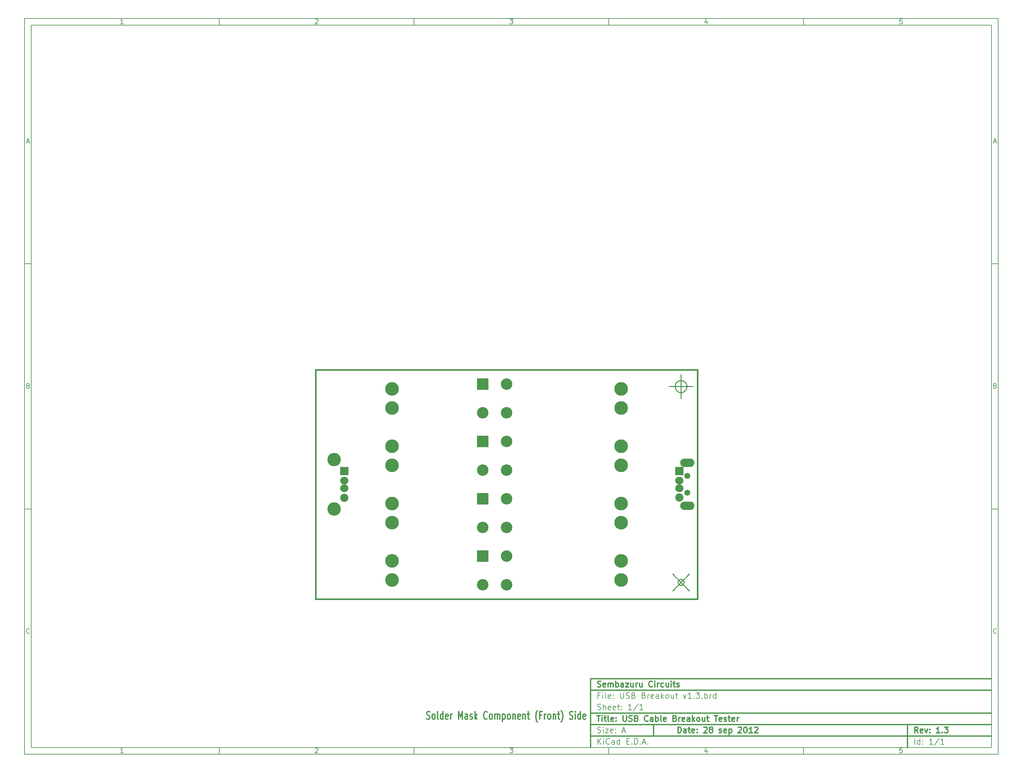
<source format=gts>
G04 (created by PCBNEW-RS274X (2012-01-19 BZR 3256)-stable) date 28/09/2012 17:59:23*
G01*
G70*
G90*
%MOIN*%
G04 Gerber Fmt 3.4, Leading zero omitted, Abs format*
%FSLAX34Y34*%
G04 APERTURE LIST*
%ADD10C,0.006000*%
%ADD11C,0.012000*%
%ADD12C,0.010000*%
%ADD13C,0.015000*%
%ADD14R,0.120000X0.120000*%
%ADD15C,0.120000*%
%ADD16R,0.086200X0.086200*%
%ADD17O,0.086200X0.079100*%
%ADD18C,0.086200*%
%ADD19O,0.148400X0.089400*%
%ADD20C,0.063300*%
%ADD21C,0.140600*%
%ADD22C,0.143000*%
G04 APERTURE END LIST*
G54D10*
X-30500Y36750D02*
X71500Y36750D01*
X71500Y-40250D01*
X-30500Y-40250D01*
X-30500Y36750D01*
X-29800Y36050D02*
X70800Y36050D01*
X70800Y-39550D01*
X-29800Y-39550D01*
X-29800Y36050D01*
X-10100Y36750D02*
X-10100Y36050D01*
X-20157Y36198D02*
X-20443Y36198D01*
X-20300Y36198D02*
X-20300Y36698D01*
X-20348Y36626D01*
X-20395Y36579D01*
X-20443Y36555D01*
X-10100Y-40250D02*
X-10100Y-39550D01*
X-20157Y-40102D02*
X-20443Y-40102D01*
X-20300Y-40102D02*
X-20300Y-39602D01*
X-20348Y-39674D01*
X-20395Y-39721D01*
X-20443Y-39745D01*
X10300Y36750D02*
X10300Y36050D01*
X-00043Y36650D02*
X-00019Y36674D01*
X00029Y36698D01*
X00148Y36698D01*
X00195Y36674D01*
X00219Y36650D01*
X00243Y36602D01*
X00243Y36555D01*
X00219Y36483D01*
X-00067Y36198D01*
X00243Y36198D01*
X10300Y-40250D02*
X10300Y-39550D01*
X-00043Y-39650D02*
X-00019Y-39626D01*
X00029Y-39602D01*
X00148Y-39602D01*
X00195Y-39626D01*
X00219Y-39650D01*
X00243Y-39698D01*
X00243Y-39745D01*
X00219Y-39817D01*
X-00067Y-40102D01*
X00243Y-40102D01*
X30700Y36750D02*
X30700Y36050D01*
X20333Y36698D02*
X20643Y36698D01*
X20476Y36507D01*
X20548Y36507D01*
X20595Y36483D01*
X20619Y36460D01*
X20643Y36412D01*
X20643Y36293D01*
X20619Y36245D01*
X20595Y36221D01*
X20548Y36198D01*
X20405Y36198D01*
X20357Y36221D01*
X20333Y36245D01*
X30700Y-40250D02*
X30700Y-39550D01*
X20333Y-39602D02*
X20643Y-39602D01*
X20476Y-39793D01*
X20548Y-39793D01*
X20595Y-39817D01*
X20619Y-39840D01*
X20643Y-39888D01*
X20643Y-40007D01*
X20619Y-40055D01*
X20595Y-40079D01*
X20548Y-40102D01*
X20405Y-40102D01*
X20357Y-40079D01*
X20333Y-40055D01*
X51100Y36750D02*
X51100Y36050D01*
X40995Y36531D02*
X40995Y36198D01*
X40876Y36721D02*
X40757Y36364D01*
X41067Y36364D01*
X51100Y-40250D02*
X51100Y-39550D01*
X40995Y-39769D02*
X40995Y-40102D01*
X40876Y-39579D02*
X40757Y-39936D01*
X41067Y-39936D01*
X61419Y36698D02*
X61181Y36698D01*
X61157Y36460D01*
X61181Y36483D01*
X61229Y36507D01*
X61348Y36507D01*
X61395Y36483D01*
X61419Y36460D01*
X61443Y36412D01*
X61443Y36293D01*
X61419Y36245D01*
X61395Y36221D01*
X61348Y36198D01*
X61229Y36198D01*
X61181Y36221D01*
X61157Y36245D01*
X61419Y-39602D02*
X61181Y-39602D01*
X61157Y-39840D01*
X61181Y-39817D01*
X61229Y-39793D01*
X61348Y-39793D01*
X61395Y-39817D01*
X61419Y-39840D01*
X61443Y-39888D01*
X61443Y-40007D01*
X61419Y-40055D01*
X61395Y-40079D01*
X61348Y-40102D01*
X61229Y-40102D01*
X61181Y-40079D01*
X61157Y-40055D01*
X-30500Y11090D02*
X-29800Y11090D01*
X-30269Y23860D02*
X-30031Y23860D01*
X-30316Y23718D02*
X-30150Y24218D01*
X-29983Y23718D01*
X71500Y11090D02*
X70800Y11090D01*
X71031Y23860D02*
X71269Y23860D01*
X70984Y23718D02*
X71150Y24218D01*
X71317Y23718D01*
X-30500Y-14570D02*
X-29800Y-14570D01*
X-30114Y-01680D02*
X-30043Y-01704D01*
X-30019Y-01728D01*
X-29995Y-01776D01*
X-29995Y-01847D01*
X-30019Y-01895D01*
X-30043Y-01919D01*
X-30090Y-01942D01*
X-30281Y-01942D01*
X-30281Y-01442D01*
X-30114Y-01442D01*
X-30067Y-01466D01*
X-30043Y-01490D01*
X-30019Y-01538D01*
X-30019Y-01585D01*
X-30043Y-01633D01*
X-30067Y-01657D01*
X-30114Y-01680D01*
X-30281Y-01680D01*
X71500Y-14570D02*
X70800Y-14570D01*
X71186Y-01680D02*
X71257Y-01704D01*
X71281Y-01728D01*
X71305Y-01776D01*
X71305Y-01847D01*
X71281Y-01895D01*
X71257Y-01919D01*
X71210Y-01942D01*
X71019Y-01942D01*
X71019Y-01442D01*
X71186Y-01442D01*
X71233Y-01466D01*
X71257Y-01490D01*
X71281Y-01538D01*
X71281Y-01585D01*
X71257Y-01633D01*
X71233Y-01657D01*
X71186Y-01680D01*
X71019Y-01680D01*
X-29995Y-27555D02*
X-30019Y-27579D01*
X-30090Y-27602D01*
X-30138Y-27602D01*
X-30210Y-27579D01*
X-30257Y-27531D01*
X-30281Y-27483D01*
X-30305Y-27388D01*
X-30305Y-27317D01*
X-30281Y-27221D01*
X-30257Y-27174D01*
X-30210Y-27126D01*
X-30138Y-27102D01*
X-30090Y-27102D01*
X-30019Y-27126D01*
X-29995Y-27150D01*
X71305Y-27555D02*
X71281Y-27579D01*
X71210Y-27602D01*
X71162Y-27602D01*
X71090Y-27579D01*
X71043Y-27531D01*
X71019Y-27483D01*
X70995Y-27388D01*
X70995Y-27317D01*
X71019Y-27221D01*
X71043Y-27174D01*
X71090Y-27126D01*
X71162Y-27102D01*
X71210Y-27102D01*
X71281Y-27126D01*
X71305Y-27150D01*
G54D11*
X37943Y-37993D02*
X37943Y-37393D01*
X38086Y-37393D01*
X38171Y-37421D01*
X38229Y-37479D01*
X38257Y-37536D01*
X38286Y-37650D01*
X38286Y-37736D01*
X38257Y-37850D01*
X38229Y-37907D01*
X38171Y-37964D01*
X38086Y-37993D01*
X37943Y-37993D01*
X38800Y-37993D02*
X38800Y-37679D01*
X38771Y-37621D01*
X38714Y-37593D01*
X38600Y-37593D01*
X38543Y-37621D01*
X38800Y-37964D02*
X38743Y-37993D01*
X38600Y-37993D01*
X38543Y-37964D01*
X38514Y-37907D01*
X38514Y-37850D01*
X38543Y-37793D01*
X38600Y-37764D01*
X38743Y-37764D01*
X38800Y-37736D01*
X39000Y-37593D02*
X39229Y-37593D01*
X39086Y-37393D02*
X39086Y-37907D01*
X39114Y-37964D01*
X39172Y-37993D01*
X39229Y-37993D01*
X39657Y-37964D02*
X39600Y-37993D01*
X39486Y-37993D01*
X39429Y-37964D01*
X39400Y-37907D01*
X39400Y-37679D01*
X39429Y-37621D01*
X39486Y-37593D01*
X39600Y-37593D01*
X39657Y-37621D01*
X39686Y-37679D01*
X39686Y-37736D01*
X39400Y-37793D01*
X39943Y-37936D02*
X39971Y-37964D01*
X39943Y-37993D01*
X39914Y-37964D01*
X39943Y-37936D01*
X39943Y-37993D01*
X39943Y-37621D02*
X39971Y-37650D01*
X39943Y-37679D01*
X39914Y-37650D01*
X39943Y-37621D01*
X39943Y-37679D01*
X40657Y-37450D02*
X40686Y-37421D01*
X40743Y-37393D01*
X40886Y-37393D01*
X40943Y-37421D01*
X40972Y-37450D01*
X41000Y-37507D01*
X41000Y-37564D01*
X40972Y-37650D01*
X40629Y-37993D01*
X41000Y-37993D01*
X41343Y-37650D02*
X41285Y-37621D01*
X41257Y-37593D01*
X41228Y-37536D01*
X41228Y-37507D01*
X41257Y-37450D01*
X41285Y-37421D01*
X41343Y-37393D01*
X41457Y-37393D01*
X41514Y-37421D01*
X41543Y-37450D01*
X41571Y-37507D01*
X41571Y-37536D01*
X41543Y-37593D01*
X41514Y-37621D01*
X41457Y-37650D01*
X41343Y-37650D01*
X41285Y-37679D01*
X41257Y-37707D01*
X41228Y-37764D01*
X41228Y-37879D01*
X41257Y-37936D01*
X41285Y-37964D01*
X41343Y-37993D01*
X41457Y-37993D01*
X41514Y-37964D01*
X41543Y-37936D01*
X41571Y-37879D01*
X41571Y-37764D01*
X41543Y-37707D01*
X41514Y-37679D01*
X41457Y-37650D01*
X42256Y-37964D02*
X42313Y-37993D01*
X42428Y-37993D01*
X42485Y-37964D01*
X42513Y-37907D01*
X42513Y-37879D01*
X42485Y-37821D01*
X42428Y-37793D01*
X42342Y-37793D01*
X42285Y-37764D01*
X42256Y-37707D01*
X42256Y-37679D01*
X42285Y-37621D01*
X42342Y-37593D01*
X42428Y-37593D01*
X42485Y-37621D01*
X42999Y-37964D02*
X42942Y-37993D01*
X42828Y-37993D01*
X42771Y-37964D01*
X42742Y-37907D01*
X42742Y-37679D01*
X42771Y-37621D01*
X42828Y-37593D01*
X42942Y-37593D01*
X42999Y-37621D01*
X43028Y-37679D01*
X43028Y-37736D01*
X42742Y-37793D01*
X43285Y-37593D02*
X43285Y-38193D01*
X43285Y-37621D02*
X43342Y-37593D01*
X43456Y-37593D01*
X43513Y-37621D01*
X43542Y-37650D01*
X43571Y-37707D01*
X43571Y-37879D01*
X43542Y-37936D01*
X43513Y-37964D01*
X43456Y-37993D01*
X43342Y-37993D01*
X43285Y-37964D01*
X44256Y-37450D02*
X44285Y-37421D01*
X44342Y-37393D01*
X44485Y-37393D01*
X44542Y-37421D01*
X44571Y-37450D01*
X44599Y-37507D01*
X44599Y-37564D01*
X44571Y-37650D01*
X44228Y-37993D01*
X44599Y-37993D01*
X44970Y-37393D02*
X45027Y-37393D01*
X45084Y-37421D01*
X45113Y-37450D01*
X45142Y-37507D01*
X45170Y-37621D01*
X45170Y-37764D01*
X45142Y-37879D01*
X45113Y-37936D01*
X45084Y-37964D01*
X45027Y-37993D01*
X44970Y-37993D01*
X44913Y-37964D01*
X44884Y-37936D01*
X44856Y-37879D01*
X44827Y-37764D01*
X44827Y-37621D01*
X44856Y-37507D01*
X44884Y-37450D01*
X44913Y-37421D01*
X44970Y-37393D01*
X45741Y-37993D02*
X45398Y-37993D01*
X45570Y-37993D02*
X45570Y-37393D01*
X45513Y-37479D01*
X45455Y-37536D01*
X45398Y-37564D01*
X45969Y-37450D02*
X45998Y-37421D01*
X46055Y-37393D01*
X46198Y-37393D01*
X46255Y-37421D01*
X46284Y-37450D01*
X46312Y-37507D01*
X46312Y-37564D01*
X46284Y-37650D01*
X45941Y-37993D01*
X46312Y-37993D01*
G54D10*
X29543Y-39193D02*
X29543Y-38593D01*
X29886Y-39193D02*
X29629Y-38850D01*
X29886Y-38593D02*
X29543Y-38936D01*
X30143Y-39193D02*
X30143Y-38793D01*
X30143Y-38593D02*
X30114Y-38621D01*
X30143Y-38650D01*
X30171Y-38621D01*
X30143Y-38593D01*
X30143Y-38650D01*
X30772Y-39136D02*
X30743Y-39164D01*
X30657Y-39193D01*
X30600Y-39193D01*
X30515Y-39164D01*
X30457Y-39107D01*
X30429Y-39050D01*
X30400Y-38936D01*
X30400Y-38850D01*
X30429Y-38736D01*
X30457Y-38679D01*
X30515Y-38621D01*
X30600Y-38593D01*
X30657Y-38593D01*
X30743Y-38621D01*
X30772Y-38650D01*
X31286Y-39193D02*
X31286Y-38879D01*
X31257Y-38821D01*
X31200Y-38793D01*
X31086Y-38793D01*
X31029Y-38821D01*
X31286Y-39164D02*
X31229Y-39193D01*
X31086Y-39193D01*
X31029Y-39164D01*
X31000Y-39107D01*
X31000Y-39050D01*
X31029Y-38993D01*
X31086Y-38964D01*
X31229Y-38964D01*
X31286Y-38936D01*
X31829Y-39193D02*
X31829Y-38593D01*
X31829Y-39164D02*
X31772Y-39193D01*
X31658Y-39193D01*
X31600Y-39164D01*
X31572Y-39136D01*
X31543Y-39079D01*
X31543Y-38907D01*
X31572Y-38850D01*
X31600Y-38821D01*
X31658Y-38793D01*
X31772Y-38793D01*
X31829Y-38821D01*
X32572Y-38879D02*
X32772Y-38879D01*
X32858Y-39193D02*
X32572Y-39193D01*
X32572Y-38593D01*
X32858Y-38593D01*
X33115Y-39136D02*
X33143Y-39164D01*
X33115Y-39193D01*
X33086Y-39164D01*
X33115Y-39136D01*
X33115Y-39193D01*
X33401Y-39193D02*
X33401Y-38593D01*
X33544Y-38593D01*
X33629Y-38621D01*
X33687Y-38679D01*
X33715Y-38736D01*
X33744Y-38850D01*
X33744Y-38936D01*
X33715Y-39050D01*
X33687Y-39107D01*
X33629Y-39164D01*
X33544Y-39193D01*
X33401Y-39193D01*
X34001Y-39136D02*
X34029Y-39164D01*
X34001Y-39193D01*
X33972Y-39164D01*
X34001Y-39136D01*
X34001Y-39193D01*
X34258Y-39021D02*
X34544Y-39021D01*
X34201Y-39193D02*
X34401Y-38593D01*
X34601Y-39193D01*
X34801Y-39136D02*
X34829Y-39164D01*
X34801Y-39193D01*
X34772Y-39164D01*
X34801Y-39136D01*
X34801Y-39193D01*
G54D11*
X63086Y-37993D02*
X62886Y-37707D01*
X62743Y-37993D02*
X62743Y-37393D01*
X62971Y-37393D01*
X63029Y-37421D01*
X63057Y-37450D01*
X63086Y-37507D01*
X63086Y-37593D01*
X63057Y-37650D01*
X63029Y-37679D01*
X62971Y-37707D01*
X62743Y-37707D01*
X63571Y-37964D02*
X63514Y-37993D01*
X63400Y-37993D01*
X63343Y-37964D01*
X63314Y-37907D01*
X63314Y-37679D01*
X63343Y-37621D01*
X63400Y-37593D01*
X63514Y-37593D01*
X63571Y-37621D01*
X63600Y-37679D01*
X63600Y-37736D01*
X63314Y-37793D01*
X63800Y-37593D02*
X63943Y-37993D01*
X64085Y-37593D01*
X64314Y-37936D02*
X64342Y-37964D01*
X64314Y-37993D01*
X64285Y-37964D01*
X64314Y-37936D01*
X64314Y-37993D01*
X64314Y-37621D02*
X64342Y-37650D01*
X64314Y-37679D01*
X64285Y-37650D01*
X64314Y-37621D01*
X64314Y-37679D01*
X65371Y-37993D02*
X65028Y-37993D01*
X65200Y-37993D02*
X65200Y-37393D01*
X65143Y-37479D01*
X65085Y-37536D01*
X65028Y-37564D01*
X65628Y-37936D02*
X65656Y-37964D01*
X65628Y-37993D01*
X65599Y-37964D01*
X65628Y-37936D01*
X65628Y-37993D01*
X65857Y-37393D02*
X66228Y-37393D01*
X66028Y-37621D01*
X66114Y-37621D01*
X66171Y-37650D01*
X66200Y-37679D01*
X66228Y-37736D01*
X66228Y-37879D01*
X66200Y-37936D01*
X66171Y-37964D01*
X66114Y-37993D01*
X65942Y-37993D01*
X65885Y-37964D01*
X65857Y-37936D01*
G54D10*
X29514Y-37964D02*
X29600Y-37993D01*
X29743Y-37993D01*
X29800Y-37964D01*
X29829Y-37936D01*
X29857Y-37879D01*
X29857Y-37821D01*
X29829Y-37764D01*
X29800Y-37736D01*
X29743Y-37707D01*
X29629Y-37679D01*
X29571Y-37650D01*
X29543Y-37621D01*
X29514Y-37564D01*
X29514Y-37507D01*
X29543Y-37450D01*
X29571Y-37421D01*
X29629Y-37393D01*
X29771Y-37393D01*
X29857Y-37421D01*
X30114Y-37993D02*
X30114Y-37593D01*
X30114Y-37393D02*
X30085Y-37421D01*
X30114Y-37450D01*
X30142Y-37421D01*
X30114Y-37393D01*
X30114Y-37450D01*
X30343Y-37593D02*
X30657Y-37593D01*
X30343Y-37993D01*
X30657Y-37993D01*
X31114Y-37964D02*
X31057Y-37993D01*
X30943Y-37993D01*
X30886Y-37964D01*
X30857Y-37907D01*
X30857Y-37679D01*
X30886Y-37621D01*
X30943Y-37593D01*
X31057Y-37593D01*
X31114Y-37621D01*
X31143Y-37679D01*
X31143Y-37736D01*
X30857Y-37793D01*
X31400Y-37936D02*
X31428Y-37964D01*
X31400Y-37993D01*
X31371Y-37964D01*
X31400Y-37936D01*
X31400Y-37993D01*
X31400Y-37621D02*
X31428Y-37650D01*
X31400Y-37679D01*
X31371Y-37650D01*
X31400Y-37621D01*
X31400Y-37679D01*
X32114Y-37821D02*
X32400Y-37821D01*
X32057Y-37993D02*
X32257Y-37393D01*
X32457Y-37993D01*
X62743Y-39193D02*
X62743Y-38593D01*
X63286Y-39193D02*
X63286Y-38593D01*
X63286Y-39164D02*
X63229Y-39193D01*
X63115Y-39193D01*
X63057Y-39164D01*
X63029Y-39136D01*
X63000Y-39079D01*
X63000Y-38907D01*
X63029Y-38850D01*
X63057Y-38821D01*
X63115Y-38793D01*
X63229Y-38793D01*
X63286Y-38821D01*
X63572Y-39136D02*
X63600Y-39164D01*
X63572Y-39193D01*
X63543Y-39164D01*
X63572Y-39136D01*
X63572Y-39193D01*
X63572Y-38821D02*
X63600Y-38850D01*
X63572Y-38879D01*
X63543Y-38850D01*
X63572Y-38821D01*
X63572Y-38879D01*
X64629Y-39193D02*
X64286Y-39193D01*
X64458Y-39193D02*
X64458Y-38593D01*
X64401Y-38679D01*
X64343Y-38736D01*
X64286Y-38764D01*
X65314Y-38564D02*
X64800Y-39336D01*
X65829Y-39193D02*
X65486Y-39193D01*
X65658Y-39193D02*
X65658Y-38593D01*
X65601Y-38679D01*
X65543Y-38736D01*
X65486Y-38764D01*
G54D11*
X29457Y-36193D02*
X29800Y-36193D01*
X29629Y-36793D02*
X29629Y-36193D01*
X30000Y-36793D02*
X30000Y-36393D01*
X30000Y-36193D02*
X29971Y-36221D01*
X30000Y-36250D01*
X30028Y-36221D01*
X30000Y-36193D01*
X30000Y-36250D01*
X30200Y-36393D02*
X30429Y-36393D01*
X30286Y-36193D02*
X30286Y-36707D01*
X30314Y-36764D01*
X30372Y-36793D01*
X30429Y-36793D01*
X30715Y-36793D02*
X30657Y-36764D01*
X30629Y-36707D01*
X30629Y-36193D01*
X31171Y-36764D02*
X31114Y-36793D01*
X31000Y-36793D01*
X30943Y-36764D01*
X30914Y-36707D01*
X30914Y-36479D01*
X30943Y-36421D01*
X31000Y-36393D01*
X31114Y-36393D01*
X31171Y-36421D01*
X31200Y-36479D01*
X31200Y-36536D01*
X30914Y-36593D01*
X31457Y-36736D02*
X31485Y-36764D01*
X31457Y-36793D01*
X31428Y-36764D01*
X31457Y-36736D01*
X31457Y-36793D01*
X31457Y-36421D02*
X31485Y-36450D01*
X31457Y-36479D01*
X31428Y-36450D01*
X31457Y-36421D01*
X31457Y-36479D01*
X32200Y-36193D02*
X32200Y-36679D01*
X32228Y-36736D01*
X32257Y-36764D01*
X32314Y-36793D01*
X32428Y-36793D01*
X32486Y-36764D01*
X32514Y-36736D01*
X32543Y-36679D01*
X32543Y-36193D01*
X32800Y-36764D02*
X32886Y-36793D01*
X33029Y-36793D01*
X33086Y-36764D01*
X33115Y-36736D01*
X33143Y-36679D01*
X33143Y-36621D01*
X33115Y-36564D01*
X33086Y-36536D01*
X33029Y-36507D01*
X32915Y-36479D01*
X32857Y-36450D01*
X32829Y-36421D01*
X32800Y-36364D01*
X32800Y-36307D01*
X32829Y-36250D01*
X32857Y-36221D01*
X32915Y-36193D01*
X33057Y-36193D01*
X33143Y-36221D01*
X33600Y-36479D02*
X33686Y-36507D01*
X33714Y-36536D01*
X33743Y-36593D01*
X33743Y-36679D01*
X33714Y-36736D01*
X33686Y-36764D01*
X33628Y-36793D01*
X33400Y-36793D01*
X33400Y-36193D01*
X33600Y-36193D01*
X33657Y-36221D01*
X33686Y-36250D01*
X33714Y-36307D01*
X33714Y-36364D01*
X33686Y-36421D01*
X33657Y-36450D01*
X33600Y-36479D01*
X33400Y-36479D01*
X34800Y-36736D02*
X34771Y-36764D01*
X34685Y-36793D01*
X34628Y-36793D01*
X34543Y-36764D01*
X34485Y-36707D01*
X34457Y-36650D01*
X34428Y-36536D01*
X34428Y-36450D01*
X34457Y-36336D01*
X34485Y-36279D01*
X34543Y-36221D01*
X34628Y-36193D01*
X34685Y-36193D01*
X34771Y-36221D01*
X34800Y-36250D01*
X35314Y-36793D02*
X35314Y-36479D01*
X35285Y-36421D01*
X35228Y-36393D01*
X35114Y-36393D01*
X35057Y-36421D01*
X35314Y-36764D02*
X35257Y-36793D01*
X35114Y-36793D01*
X35057Y-36764D01*
X35028Y-36707D01*
X35028Y-36650D01*
X35057Y-36593D01*
X35114Y-36564D01*
X35257Y-36564D01*
X35314Y-36536D01*
X35600Y-36793D02*
X35600Y-36193D01*
X35600Y-36421D02*
X35657Y-36393D01*
X35771Y-36393D01*
X35828Y-36421D01*
X35857Y-36450D01*
X35886Y-36507D01*
X35886Y-36679D01*
X35857Y-36736D01*
X35828Y-36764D01*
X35771Y-36793D01*
X35657Y-36793D01*
X35600Y-36764D01*
X36229Y-36793D02*
X36171Y-36764D01*
X36143Y-36707D01*
X36143Y-36193D01*
X36685Y-36764D02*
X36628Y-36793D01*
X36514Y-36793D01*
X36457Y-36764D01*
X36428Y-36707D01*
X36428Y-36479D01*
X36457Y-36421D01*
X36514Y-36393D01*
X36628Y-36393D01*
X36685Y-36421D01*
X36714Y-36479D01*
X36714Y-36536D01*
X36428Y-36593D01*
X37628Y-36479D02*
X37714Y-36507D01*
X37742Y-36536D01*
X37771Y-36593D01*
X37771Y-36679D01*
X37742Y-36736D01*
X37714Y-36764D01*
X37656Y-36793D01*
X37428Y-36793D01*
X37428Y-36193D01*
X37628Y-36193D01*
X37685Y-36221D01*
X37714Y-36250D01*
X37742Y-36307D01*
X37742Y-36364D01*
X37714Y-36421D01*
X37685Y-36450D01*
X37628Y-36479D01*
X37428Y-36479D01*
X38028Y-36793D02*
X38028Y-36393D01*
X38028Y-36507D02*
X38056Y-36450D01*
X38085Y-36421D01*
X38142Y-36393D01*
X38199Y-36393D01*
X38627Y-36764D02*
X38570Y-36793D01*
X38456Y-36793D01*
X38399Y-36764D01*
X38370Y-36707D01*
X38370Y-36479D01*
X38399Y-36421D01*
X38456Y-36393D01*
X38570Y-36393D01*
X38627Y-36421D01*
X38656Y-36479D01*
X38656Y-36536D01*
X38370Y-36593D01*
X39170Y-36793D02*
X39170Y-36479D01*
X39141Y-36421D01*
X39084Y-36393D01*
X38970Y-36393D01*
X38913Y-36421D01*
X39170Y-36764D02*
X39113Y-36793D01*
X38970Y-36793D01*
X38913Y-36764D01*
X38884Y-36707D01*
X38884Y-36650D01*
X38913Y-36593D01*
X38970Y-36564D01*
X39113Y-36564D01*
X39170Y-36536D01*
X39456Y-36793D02*
X39456Y-36193D01*
X39513Y-36564D02*
X39684Y-36793D01*
X39684Y-36393D02*
X39456Y-36621D01*
X40028Y-36793D02*
X39970Y-36764D01*
X39942Y-36736D01*
X39913Y-36679D01*
X39913Y-36507D01*
X39942Y-36450D01*
X39970Y-36421D01*
X40028Y-36393D01*
X40113Y-36393D01*
X40170Y-36421D01*
X40199Y-36450D01*
X40228Y-36507D01*
X40228Y-36679D01*
X40199Y-36736D01*
X40170Y-36764D01*
X40113Y-36793D01*
X40028Y-36793D01*
X40742Y-36393D02*
X40742Y-36793D01*
X40485Y-36393D02*
X40485Y-36707D01*
X40513Y-36764D01*
X40571Y-36793D01*
X40656Y-36793D01*
X40713Y-36764D01*
X40742Y-36736D01*
X40942Y-36393D02*
X41171Y-36393D01*
X41028Y-36193D02*
X41028Y-36707D01*
X41056Y-36764D01*
X41114Y-36793D01*
X41171Y-36793D01*
X41742Y-36193D02*
X42085Y-36193D01*
X41914Y-36793D02*
X41914Y-36193D01*
X42513Y-36764D02*
X42456Y-36793D01*
X42342Y-36793D01*
X42285Y-36764D01*
X42256Y-36707D01*
X42256Y-36479D01*
X42285Y-36421D01*
X42342Y-36393D01*
X42456Y-36393D01*
X42513Y-36421D01*
X42542Y-36479D01*
X42542Y-36536D01*
X42256Y-36593D01*
X42770Y-36764D02*
X42827Y-36793D01*
X42942Y-36793D01*
X42999Y-36764D01*
X43027Y-36707D01*
X43027Y-36679D01*
X42999Y-36621D01*
X42942Y-36593D01*
X42856Y-36593D01*
X42799Y-36564D01*
X42770Y-36507D01*
X42770Y-36479D01*
X42799Y-36421D01*
X42856Y-36393D01*
X42942Y-36393D01*
X42999Y-36421D01*
X43199Y-36393D02*
X43428Y-36393D01*
X43285Y-36193D02*
X43285Y-36707D01*
X43313Y-36764D01*
X43371Y-36793D01*
X43428Y-36793D01*
X43856Y-36764D02*
X43799Y-36793D01*
X43685Y-36793D01*
X43628Y-36764D01*
X43599Y-36707D01*
X43599Y-36479D01*
X43628Y-36421D01*
X43685Y-36393D01*
X43799Y-36393D01*
X43856Y-36421D01*
X43885Y-36479D01*
X43885Y-36536D01*
X43599Y-36593D01*
X44142Y-36793D02*
X44142Y-36393D01*
X44142Y-36507D02*
X44170Y-36450D01*
X44199Y-36421D01*
X44256Y-36393D01*
X44313Y-36393D01*
G54D10*
X29743Y-34079D02*
X29543Y-34079D01*
X29543Y-34393D02*
X29543Y-33793D01*
X29829Y-33793D01*
X30057Y-34393D02*
X30057Y-33993D01*
X30057Y-33793D02*
X30028Y-33821D01*
X30057Y-33850D01*
X30085Y-33821D01*
X30057Y-33793D01*
X30057Y-33850D01*
X30429Y-34393D02*
X30371Y-34364D01*
X30343Y-34307D01*
X30343Y-33793D01*
X30885Y-34364D02*
X30828Y-34393D01*
X30714Y-34393D01*
X30657Y-34364D01*
X30628Y-34307D01*
X30628Y-34079D01*
X30657Y-34021D01*
X30714Y-33993D01*
X30828Y-33993D01*
X30885Y-34021D01*
X30914Y-34079D01*
X30914Y-34136D01*
X30628Y-34193D01*
X31171Y-34336D02*
X31199Y-34364D01*
X31171Y-34393D01*
X31142Y-34364D01*
X31171Y-34336D01*
X31171Y-34393D01*
X31171Y-34021D02*
X31199Y-34050D01*
X31171Y-34079D01*
X31142Y-34050D01*
X31171Y-34021D01*
X31171Y-34079D01*
X31914Y-33793D02*
X31914Y-34279D01*
X31942Y-34336D01*
X31971Y-34364D01*
X32028Y-34393D01*
X32142Y-34393D01*
X32200Y-34364D01*
X32228Y-34336D01*
X32257Y-34279D01*
X32257Y-33793D01*
X32514Y-34364D02*
X32600Y-34393D01*
X32743Y-34393D01*
X32800Y-34364D01*
X32829Y-34336D01*
X32857Y-34279D01*
X32857Y-34221D01*
X32829Y-34164D01*
X32800Y-34136D01*
X32743Y-34107D01*
X32629Y-34079D01*
X32571Y-34050D01*
X32543Y-34021D01*
X32514Y-33964D01*
X32514Y-33907D01*
X32543Y-33850D01*
X32571Y-33821D01*
X32629Y-33793D01*
X32771Y-33793D01*
X32857Y-33821D01*
X33314Y-34079D02*
X33400Y-34107D01*
X33428Y-34136D01*
X33457Y-34193D01*
X33457Y-34279D01*
X33428Y-34336D01*
X33400Y-34364D01*
X33342Y-34393D01*
X33114Y-34393D01*
X33114Y-33793D01*
X33314Y-33793D01*
X33371Y-33821D01*
X33400Y-33850D01*
X33428Y-33907D01*
X33428Y-33964D01*
X33400Y-34021D01*
X33371Y-34050D01*
X33314Y-34079D01*
X33114Y-34079D01*
X34371Y-34079D02*
X34457Y-34107D01*
X34485Y-34136D01*
X34514Y-34193D01*
X34514Y-34279D01*
X34485Y-34336D01*
X34457Y-34364D01*
X34399Y-34393D01*
X34171Y-34393D01*
X34171Y-33793D01*
X34371Y-33793D01*
X34428Y-33821D01*
X34457Y-33850D01*
X34485Y-33907D01*
X34485Y-33964D01*
X34457Y-34021D01*
X34428Y-34050D01*
X34371Y-34079D01*
X34171Y-34079D01*
X34771Y-34393D02*
X34771Y-33993D01*
X34771Y-34107D02*
X34799Y-34050D01*
X34828Y-34021D01*
X34885Y-33993D01*
X34942Y-33993D01*
X35370Y-34364D02*
X35313Y-34393D01*
X35199Y-34393D01*
X35142Y-34364D01*
X35113Y-34307D01*
X35113Y-34079D01*
X35142Y-34021D01*
X35199Y-33993D01*
X35313Y-33993D01*
X35370Y-34021D01*
X35399Y-34079D01*
X35399Y-34136D01*
X35113Y-34193D01*
X35913Y-34393D02*
X35913Y-34079D01*
X35884Y-34021D01*
X35827Y-33993D01*
X35713Y-33993D01*
X35656Y-34021D01*
X35913Y-34364D02*
X35856Y-34393D01*
X35713Y-34393D01*
X35656Y-34364D01*
X35627Y-34307D01*
X35627Y-34250D01*
X35656Y-34193D01*
X35713Y-34164D01*
X35856Y-34164D01*
X35913Y-34136D01*
X36199Y-34393D02*
X36199Y-33793D01*
X36256Y-34164D02*
X36427Y-34393D01*
X36427Y-33993D02*
X36199Y-34221D01*
X36771Y-34393D02*
X36713Y-34364D01*
X36685Y-34336D01*
X36656Y-34279D01*
X36656Y-34107D01*
X36685Y-34050D01*
X36713Y-34021D01*
X36771Y-33993D01*
X36856Y-33993D01*
X36913Y-34021D01*
X36942Y-34050D01*
X36971Y-34107D01*
X36971Y-34279D01*
X36942Y-34336D01*
X36913Y-34364D01*
X36856Y-34393D01*
X36771Y-34393D01*
X37485Y-33993D02*
X37485Y-34393D01*
X37228Y-33993D02*
X37228Y-34307D01*
X37256Y-34364D01*
X37314Y-34393D01*
X37399Y-34393D01*
X37456Y-34364D01*
X37485Y-34336D01*
X37685Y-33993D02*
X37914Y-33993D01*
X37771Y-33793D02*
X37771Y-34307D01*
X37799Y-34364D01*
X37857Y-34393D01*
X37914Y-34393D01*
X38514Y-33993D02*
X38657Y-34393D01*
X38799Y-33993D01*
X39342Y-34393D02*
X38999Y-34393D01*
X39171Y-34393D02*
X39171Y-33793D01*
X39114Y-33879D01*
X39056Y-33936D01*
X38999Y-33964D01*
X39599Y-34336D02*
X39627Y-34364D01*
X39599Y-34393D01*
X39570Y-34364D01*
X39599Y-34336D01*
X39599Y-34393D01*
X39828Y-33793D02*
X40199Y-33793D01*
X39999Y-34021D01*
X40085Y-34021D01*
X40142Y-34050D01*
X40171Y-34079D01*
X40199Y-34136D01*
X40199Y-34279D01*
X40171Y-34336D01*
X40142Y-34364D01*
X40085Y-34393D01*
X39913Y-34393D01*
X39856Y-34364D01*
X39828Y-34336D01*
X40456Y-34336D02*
X40484Y-34364D01*
X40456Y-34393D01*
X40427Y-34364D01*
X40456Y-34336D01*
X40456Y-34393D01*
X40742Y-34393D02*
X40742Y-33793D01*
X40742Y-34021D02*
X40799Y-33993D01*
X40913Y-33993D01*
X40970Y-34021D01*
X40999Y-34050D01*
X41028Y-34107D01*
X41028Y-34279D01*
X40999Y-34336D01*
X40970Y-34364D01*
X40913Y-34393D01*
X40799Y-34393D01*
X40742Y-34364D01*
X41285Y-34393D02*
X41285Y-33993D01*
X41285Y-34107D02*
X41313Y-34050D01*
X41342Y-34021D01*
X41399Y-33993D01*
X41456Y-33993D01*
X41913Y-34393D02*
X41913Y-33793D01*
X41913Y-34364D02*
X41856Y-34393D01*
X41742Y-34393D01*
X41684Y-34364D01*
X41656Y-34336D01*
X41627Y-34279D01*
X41627Y-34107D01*
X41656Y-34050D01*
X41684Y-34021D01*
X41742Y-33993D01*
X41856Y-33993D01*
X41913Y-34021D01*
X29514Y-35564D02*
X29600Y-35593D01*
X29743Y-35593D01*
X29800Y-35564D01*
X29829Y-35536D01*
X29857Y-35479D01*
X29857Y-35421D01*
X29829Y-35364D01*
X29800Y-35336D01*
X29743Y-35307D01*
X29629Y-35279D01*
X29571Y-35250D01*
X29543Y-35221D01*
X29514Y-35164D01*
X29514Y-35107D01*
X29543Y-35050D01*
X29571Y-35021D01*
X29629Y-34993D01*
X29771Y-34993D01*
X29857Y-35021D01*
X30114Y-35593D02*
X30114Y-34993D01*
X30371Y-35593D02*
X30371Y-35279D01*
X30342Y-35221D01*
X30285Y-35193D01*
X30200Y-35193D01*
X30142Y-35221D01*
X30114Y-35250D01*
X30885Y-35564D02*
X30828Y-35593D01*
X30714Y-35593D01*
X30657Y-35564D01*
X30628Y-35507D01*
X30628Y-35279D01*
X30657Y-35221D01*
X30714Y-35193D01*
X30828Y-35193D01*
X30885Y-35221D01*
X30914Y-35279D01*
X30914Y-35336D01*
X30628Y-35393D01*
X31399Y-35564D02*
X31342Y-35593D01*
X31228Y-35593D01*
X31171Y-35564D01*
X31142Y-35507D01*
X31142Y-35279D01*
X31171Y-35221D01*
X31228Y-35193D01*
X31342Y-35193D01*
X31399Y-35221D01*
X31428Y-35279D01*
X31428Y-35336D01*
X31142Y-35393D01*
X31599Y-35193D02*
X31828Y-35193D01*
X31685Y-34993D02*
X31685Y-35507D01*
X31713Y-35564D01*
X31771Y-35593D01*
X31828Y-35593D01*
X32028Y-35536D02*
X32056Y-35564D01*
X32028Y-35593D01*
X31999Y-35564D01*
X32028Y-35536D01*
X32028Y-35593D01*
X32028Y-35221D02*
X32056Y-35250D01*
X32028Y-35279D01*
X31999Y-35250D01*
X32028Y-35221D01*
X32028Y-35279D01*
X33085Y-35593D02*
X32742Y-35593D01*
X32914Y-35593D02*
X32914Y-34993D01*
X32857Y-35079D01*
X32799Y-35136D01*
X32742Y-35164D01*
X33770Y-34964D02*
X33256Y-35736D01*
X34285Y-35593D02*
X33942Y-35593D01*
X34114Y-35593D02*
X34114Y-34993D01*
X34057Y-35079D01*
X33999Y-35136D01*
X33942Y-35164D01*
G54D11*
X29514Y-33164D02*
X29600Y-33193D01*
X29743Y-33193D01*
X29800Y-33164D01*
X29829Y-33136D01*
X29857Y-33079D01*
X29857Y-33021D01*
X29829Y-32964D01*
X29800Y-32936D01*
X29743Y-32907D01*
X29629Y-32879D01*
X29571Y-32850D01*
X29543Y-32821D01*
X29514Y-32764D01*
X29514Y-32707D01*
X29543Y-32650D01*
X29571Y-32621D01*
X29629Y-32593D01*
X29771Y-32593D01*
X29857Y-32621D01*
X30342Y-33164D02*
X30285Y-33193D01*
X30171Y-33193D01*
X30114Y-33164D01*
X30085Y-33107D01*
X30085Y-32879D01*
X30114Y-32821D01*
X30171Y-32793D01*
X30285Y-32793D01*
X30342Y-32821D01*
X30371Y-32879D01*
X30371Y-32936D01*
X30085Y-32993D01*
X30628Y-33193D02*
X30628Y-32793D01*
X30628Y-32850D02*
X30656Y-32821D01*
X30714Y-32793D01*
X30799Y-32793D01*
X30856Y-32821D01*
X30885Y-32879D01*
X30885Y-33193D01*
X30885Y-32879D02*
X30914Y-32821D01*
X30971Y-32793D01*
X31056Y-32793D01*
X31114Y-32821D01*
X31142Y-32879D01*
X31142Y-33193D01*
X31428Y-33193D02*
X31428Y-32593D01*
X31428Y-32821D02*
X31485Y-32793D01*
X31599Y-32793D01*
X31656Y-32821D01*
X31685Y-32850D01*
X31714Y-32907D01*
X31714Y-33079D01*
X31685Y-33136D01*
X31656Y-33164D01*
X31599Y-33193D01*
X31485Y-33193D01*
X31428Y-33164D01*
X32228Y-33193D02*
X32228Y-32879D01*
X32199Y-32821D01*
X32142Y-32793D01*
X32028Y-32793D01*
X31971Y-32821D01*
X32228Y-33164D02*
X32171Y-33193D01*
X32028Y-33193D01*
X31971Y-33164D01*
X31942Y-33107D01*
X31942Y-33050D01*
X31971Y-32993D01*
X32028Y-32964D01*
X32171Y-32964D01*
X32228Y-32936D01*
X32457Y-32793D02*
X32771Y-32793D01*
X32457Y-33193D01*
X32771Y-33193D01*
X33257Y-32793D02*
X33257Y-33193D01*
X33000Y-32793D02*
X33000Y-33107D01*
X33028Y-33164D01*
X33086Y-33193D01*
X33171Y-33193D01*
X33228Y-33164D01*
X33257Y-33136D01*
X33543Y-33193D02*
X33543Y-32793D01*
X33543Y-32907D02*
X33571Y-32850D01*
X33600Y-32821D01*
X33657Y-32793D01*
X33714Y-32793D01*
X34171Y-32793D02*
X34171Y-33193D01*
X33914Y-32793D02*
X33914Y-33107D01*
X33942Y-33164D01*
X34000Y-33193D01*
X34085Y-33193D01*
X34142Y-33164D01*
X34171Y-33136D01*
X35257Y-33136D02*
X35228Y-33164D01*
X35142Y-33193D01*
X35085Y-33193D01*
X35000Y-33164D01*
X34942Y-33107D01*
X34914Y-33050D01*
X34885Y-32936D01*
X34885Y-32850D01*
X34914Y-32736D01*
X34942Y-32679D01*
X35000Y-32621D01*
X35085Y-32593D01*
X35142Y-32593D01*
X35228Y-32621D01*
X35257Y-32650D01*
X35514Y-33193D02*
X35514Y-32793D01*
X35514Y-32593D02*
X35485Y-32621D01*
X35514Y-32650D01*
X35542Y-32621D01*
X35514Y-32593D01*
X35514Y-32650D01*
X35800Y-33193D02*
X35800Y-32793D01*
X35800Y-32907D02*
X35828Y-32850D01*
X35857Y-32821D01*
X35914Y-32793D01*
X35971Y-32793D01*
X36428Y-33164D02*
X36371Y-33193D01*
X36257Y-33193D01*
X36199Y-33164D01*
X36171Y-33136D01*
X36142Y-33079D01*
X36142Y-32907D01*
X36171Y-32850D01*
X36199Y-32821D01*
X36257Y-32793D01*
X36371Y-32793D01*
X36428Y-32821D01*
X36942Y-32793D02*
X36942Y-33193D01*
X36685Y-32793D02*
X36685Y-33107D01*
X36713Y-33164D01*
X36771Y-33193D01*
X36856Y-33193D01*
X36913Y-33164D01*
X36942Y-33136D01*
X37228Y-33193D02*
X37228Y-32793D01*
X37228Y-32593D02*
X37199Y-32621D01*
X37228Y-32650D01*
X37256Y-32621D01*
X37228Y-32593D01*
X37228Y-32650D01*
X37428Y-32793D02*
X37657Y-32793D01*
X37514Y-32593D02*
X37514Y-33107D01*
X37542Y-33164D01*
X37600Y-33193D01*
X37657Y-33193D01*
X37828Y-33164D02*
X37885Y-33193D01*
X38000Y-33193D01*
X38057Y-33164D01*
X38085Y-33107D01*
X38085Y-33079D01*
X38057Y-33021D01*
X38000Y-32993D01*
X37914Y-32993D01*
X37857Y-32964D01*
X37828Y-32907D01*
X37828Y-32879D01*
X37857Y-32821D01*
X37914Y-32793D01*
X38000Y-32793D01*
X38057Y-32821D01*
X28800Y-32350D02*
X28800Y-39550D01*
X28800Y-33550D02*
X70800Y-33550D01*
X28800Y-32350D02*
X70800Y-32350D01*
X28800Y-35950D02*
X70800Y-35950D01*
X62000Y-37150D02*
X62000Y-39550D01*
X28800Y-38350D02*
X70800Y-38350D01*
X28800Y-37150D02*
X70800Y-37150D01*
X35400Y-37150D02*
X35400Y-38350D01*
X11614Y-36536D02*
X11700Y-36574D01*
X11843Y-36574D01*
X11900Y-36536D01*
X11929Y-36498D01*
X11957Y-36421D01*
X11957Y-36345D01*
X11929Y-36269D01*
X11900Y-36231D01*
X11843Y-36193D01*
X11729Y-36155D01*
X11671Y-36117D01*
X11643Y-36079D01*
X11614Y-36002D01*
X11614Y-35926D01*
X11643Y-35850D01*
X11671Y-35812D01*
X11729Y-35774D01*
X11871Y-35774D01*
X11957Y-35812D01*
X12300Y-36574D02*
X12242Y-36536D01*
X12214Y-36498D01*
X12185Y-36421D01*
X12185Y-36193D01*
X12214Y-36117D01*
X12242Y-36079D01*
X12300Y-36040D01*
X12385Y-36040D01*
X12442Y-36079D01*
X12471Y-36117D01*
X12500Y-36193D01*
X12500Y-36421D01*
X12471Y-36498D01*
X12442Y-36536D01*
X12385Y-36574D01*
X12300Y-36574D01*
X12843Y-36574D02*
X12785Y-36536D01*
X12757Y-36460D01*
X12757Y-35774D01*
X13328Y-36574D02*
X13328Y-35774D01*
X13328Y-36536D02*
X13271Y-36574D01*
X13157Y-36574D01*
X13099Y-36536D01*
X13071Y-36498D01*
X13042Y-36421D01*
X13042Y-36193D01*
X13071Y-36117D01*
X13099Y-36079D01*
X13157Y-36040D01*
X13271Y-36040D01*
X13328Y-36079D01*
X13842Y-36536D02*
X13785Y-36574D01*
X13671Y-36574D01*
X13614Y-36536D01*
X13585Y-36460D01*
X13585Y-36155D01*
X13614Y-36079D01*
X13671Y-36040D01*
X13785Y-36040D01*
X13842Y-36079D01*
X13871Y-36155D01*
X13871Y-36231D01*
X13585Y-36307D01*
X14128Y-36574D02*
X14128Y-36040D01*
X14128Y-36193D02*
X14156Y-36117D01*
X14185Y-36079D01*
X14242Y-36040D01*
X14299Y-36040D01*
X14956Y-36574D02*
X14956Y-35774D01*
X15156Y-36345D01*
X15356Y-35774D01*
X15356Y-36574D01*
X15899Y-36574D02*
X15899Y-36155D01*
X15870Y-36079D01*
X15813Y-36040D01*
X15699Y-36040D01*
X15642Y-36079D01*
X15899Y-36536D02*
X15842Y-36574D01*
X15699Y-36574D01*
X15642Y-36536D01*
X15613Y-36460D01*
X15613Y-36383D01*
X15642Y-36307D01*
X15699Y-36269D01*
X15842Y-36269D01*
X15899Y-36231D01*
X16156Y-36536D02*
X16213Y-36574D01*
X16328Y-36574D01*
X16385Y-36536D01*
X16413Y-36460D01*
X16413Y-36421D01*
X16385Y-36345D01*
X16328Y-36307D01*
X16242Y-36307D01*
X16185Y-36269D01*
X16156Y-36193D01*
X16156Y-36155D01*
X16185Y-36079D01*
X16242Y-36040D01*
X16328Y-36040D01*
X16385Y-36079D01*
X16671Y-36574D02*
X16671Y-35774D01*
X16728Y-36269D02*
X16899Y-36574D01*
X16899Y-36040D02*
X16671Y-36345D01*
X17957Y-36498D02*
X17928Y-36536D01*
X17842Y-36574D01*
X17785Y-36574D01*
X17700Y-36536D01*
X17642Y-36460D01*
X17614Y-36383D01*
X17585Y-36231D01*
X17585Y-36117D01*
X17614Y-35964D01*
X17642Y-35888D01*
X17700Y-35812D01*
X17785Y-35774D01*
X17842Y-35774D01*
X17928Y-35812D01*
X17957Y-35850D01*
X18300Y-36574D02*
X18242Y-36536D01*
X18214Y-36498D01*
X18185Y-36421D01*
X18185Y-36193D01*
X18214Y-36117D01*
X18242Y-36079D01*
X18300Y-36040D01*
X18385Y-36040D01*
X18442Y-36079D01*
X18471Y-36117D01*
X18500Y-36193D01*
X18500Y-36421D01*
X18471Y-36498D01*
X18442Y-36536D01*
X18385Y-36574D01*
X18300Y-36574D01*
X18757Y-36574D02*
X18757Y-36040D01*
X18757Y-36117D02*
X18785Y-36079D01*
X18843Y-36040D01*
X18928Y-36040D01*
X18985Y-36079D01*
X19014Y-36155D01*
X19014Y-36574D01*
X19014Y-36155D02*
X19043Y-36079D01*
X19100Y-36040D01*
X19185Y-36040D01*
X19243Y-36079D01*
X19271Y-36155D01*
X19271Y-36574D01*
X19557Y-36040D02*
X19557Y-36840D01*
X19557Y-36079D02*
X19614Y-36040D01*
X19728Y-36040D01*
X19785Y-36079D01*
X19814Y-36117D01*
X19843Y-36193D01*
X19843Y-36421D01*
X19814Y-36498D01*
X19785Y-36536D01*
X19728Y-36574D01*
X19614Y-36574D01*
X19557Y-36536D01*
X20186Y-36574D02*
X20128Y-36536D01*
X20100Y-36498D01*
X20071Y-36421D01*
X20071Y-36193D01*
X20100Y-36117D01*
X20128Y-36079D01*
X20186Y-36040D01*
X20271Y-36040D01*
X20328Y-36079D01*
X20357Y-36117D01*
X20386Y-36193D01*
X20386Y-36421D01*
X20357Y-36498D01*
X20328Y-36536D01*
X20271Y-36574D01*
X20186Y-36574D01*
X20643Y-36040D02*
X20643Y-36574D01*
X20643Y-36117D02*
X20671Y-36079D01*
X20729Y-36040D01*
X20814Y-36040D01*
X20871Y-36079D01*
X20900Y-36155D01*
X20900Y-36574D01*
X21414Y-36536D02*
X21357Y-36574D01*
X21243Y-36574D01*
X21186Y-36536D01*
X21157Y-36460D01*
X21157Y-36155D01*
X21186Y-36079D01*
X21243Y-36040D01*
X21357Y-36040D01*
X21414Y-36079D01*
X21443Y-36155D01*
X21443Y-36231D01*
X21157Y-36307D01*
X21700Y-36040D02*
X21700Y-36574D01*
X21700Y-36117D02*
X21728Y-36079D01*
X21786Y-36040D01*
X21871Y-36040D01*
X21928Y-36079D01*
X21957Y-36155D01*
X21957Y-36574D01*
X22157Y-36040D02*
X22386Y-36040D01*
X22243Y-35774D02*
X22243Y-36460D01*
X22271Y-36536D01*
X22329Y-36574D01*
X22386Y-36574D01*
X23214Y-36879D02*
X23186Y-36840D01*
X23129Y-36726D01*
X23100Y-36650D01*
X23071Y-36536D01*
X23043Y-36345D01*
X23043Y-36193D01*
X23071Y-36002D01*
X23100Y-35888D01*
X23129Y-35812D01*
X23186Y-35698D01*
X23214Y-35660D01*
X23643Y-36155D02*
X23443Y-36155D01*
X23443Y-36574D02*
X23443Y-35774D01*
X23729Y-35774D01*
X23957Y-36574D02*
X23957Y-36040D01*
X23957Y-36193D02*
X23985Y-36117D01*
X24014Y-36079D01*
X24071Y-36040D01*
X24128Y-36040D01*
X24414Y-36574D02*
X24356Y-36536D01*
X24328Y-36498D01*
X24299Y-36421D01*
X24299Y-36193D01*
X24328Y-36117D01*
X24356Y-36079D01*
X24414Y-36040D01*
X24499Y-36040D01*
X24556Y-36079D01*
X24585Y-36117D01*
X24614Y-36193D01*
X24614Y-36421D01*
X24585Y-36498D01*
X24556Y-36536D01*
X24499Y-36574D01*
X24414Y-36574D01*
X24871Y-36040D02*
X24871Y-36574D01*
X24871Y-36117D02*
X24899Y-36079D01*
X24957Y-36040D01*
X25042Y-36040D01*
X25099Y-36079D01*
X25128Y-36155D01*
X25128Y-36574D01*
X25328Y-36040D02*
X25557Y-36040D01*
X25414Y-35774D02*
X25414Y-36460D01*
X25442Y-36536D01*
X25500Y-36574D01*
X25557Y-36574D01*
X25700Y-36879D02*
X25728Y-36840D01*
X25785Y-36726D01*
X25814Y-36650D01*
X25843Y-36536D01*
X25871Y-36345D01*
X25871Y-36193D01*
X25843Y-36002D01*
X25814Y-35888D01*
X25785Y-35812D01*
X25728Y-35698D01*
X25700Y-35660D01*
X26585Y-36536D02*
X26671Y-36574D01*
X26814Y-36574D01*
X26871Y-36536D01*
X26900Y-36498D01*
X26928Y-36421D01*
X26928Y-36345D01*
X26900Y-36269D01*
X26871Y-36231D01*
X26814Y-36193D01*
X26700Y-36155D01*
X26642Y-36117D01*
X26614Y-36079D01*
X26585Y-36002D01*
X26585Y-35926D01*
X26614Y-35850D01*
X26642Y-35812D01*
X26700Y-35774D01*
X26842Y-35774D01*
X26928Y-35812D01*
X27185Y-36574D02*
X27185Y-36040D01*
X27185Y-35774D02*
X27156Y-35812D01*
X27185Y-35850D01*
X27213Y-35812D01*
X27185Y-35774D01*
X27185Y-35850D01*
X27728Y-36574D02*
X27728Y-35774D01*
X27728Y-36536D02*
X27671Y-36574D01*
X27557Y-36574D01*
X27499Y-36536D01*
X27471Y-36498D01*
X27442Y-36421D01*
X27442Y-36193D01*
X27471Y-36117D01*
X27499Y-36079D01*
X27557Y-36040D01*
X27671Y-36040D01*
X27728Y-36079D01*
X28242Y-36536D02*
X28185Y-36574D01*
X28071Y-36574D01*
X28014Y-36536D01*
X27985Y-36460D01*
X27985Y-36155D01*
X28014Y-36079D01*
X28071Y-36040D01*
X28185Y-36040D01*
X28242Y-36079D01*
X28271Y-36155D01*
X28271Y-36231D01*
X27985Y-36307D01*
G54D12*
X38562Y-22250D02*
X38556Y-22310D01*
X38538Y-22368D01*
X38509Y-22422D01*
X38471Y-22469D01*
X38424Y-22508D01*
X38370Y-22537D01*
X38312Y-22555D01*
X38252Y-22561D01*
X38192Y-22556D01*
X38134Y-22539D01*
X38080Y-22511D01*
X38032Y-22472D01*
X37993Y-22426D01*
X37964Y-22372D01*
X37945Y-22314D01*
X37939Y-22254D01*
X37944Y-22194D01*
X37960Y-22136D01*
X37988Y-22081D01*
X38026Y-22034D01*
X38072Y-21994D01*
X38126Y-21965D01*
X38184Y-21946D01*
X38244Y-21939D01*
X38304Y-21943D01*
X38362Y-21960D01*
X38417Y-21987D01*
X38465Y-22025D01*
X38504Y-22071D01*
X38535Y-22124D01*
X38554Y-22181D01*
X38561Y-22242D01*
X38562Y-22250D01*
X37375Y-21375D02*
X39125Y-23125D01*
X37375Y-23125D02*
X39125Y-21375D01*
X38875Y-01750D02*
X38863Y-01871D01*
X38827Y-01988D01*
X38770Y-02095D01*
X38693Y-02190D01*
X38599Y-02268D01*
X38492Y-02326D01*
X38375Y-02362D01*
X38254Y-02374D01*
X38133Y-02363D01*
X38016Y-02329D01*
X37908Y-02272D01*
X37813Y-02196D01*
X37735Y-02103D01*
X37676Y-01996D01*
X37639Y-01879D01*
X37626Y-01758D01*
X37636Y-01638D01*
X37669Y-01520D01*
X37725Y-01412D01*
X37801Y-01316D01*
X37894Y-01237D01*
X38000Y-01178D01*
X38116Y-01140D01*
X38237Y-01126D01*
X38358Y-01135D01*
X38476Y-01168D01*
X38584Y-01223D01*
X38681Y-01298D01*
X38760Y-01390D01*
X38820Y-01496D01*
X38859Y-01612D01*
X38874Y-01733D01*
X38875Y-01750D01*
X37000Y-01750D02*
X39500Y-01750D01*
X38250Y-00500D02*
X38250Y-03000D01*
G54D13*
X40000Y-24000D02*
X00000Y-24000D01*
X00000Y00000D02*
X40000Y00000D01*
X00000Y-24000D02*
X00000Y00000D01*
X40000Y00000D02*
X40000Y-24000D01*
G54D14*
X17500Y-01500D03*
G54D15*
X20000Y-01500D03*
X17500Y-04500D03*
X20000Y-04500D03*
G54D16*
X38100Y-10622D03*
G54D17*
X38100Y-11606D03*
X38100Y-12394D03*
G54D18*
X38100Y-13378D03*
G54D19*
X38927Y-09756D03*
X38927Y-14244D03*
G54D20*
X38927Y-11114D03*
X38927Y-12886D03*
G54D14*
X17500Y-19500D03*
G54D15*
X20000Y-19500D03*
X17500Y-22500D03*
X20000Y-22500D03*
G54D14*
X17500Y-13500D03*
G54D15*
X20000Y-13500D03*
X17500Y-16500D03*
X20000Y-16500D03*
G54D14*
X17500Y-07500D03*
G54D15*
X20000Y-07500D03*
X17500Y-10500D03*
X20000Y-10500D03*
G54D18*
X03000Y-13400D03*
G54D17*
X03000Y-12400D03*
X03000Y-11600D03*
G54D16*
X03000Y-10600D03*
G54D21*
X01933Y-14587D03*
X01933Y-09413D03*
G54D22*
X08000Y-16000D03*
X08000Y-14000D03*
X32000Y-04000D03*
X32000Y-02000D03*
X08000Y-22000D03*
X08000Y-20000D03*
X08000Y-10000D03*
X08000Y-08000D03*
X32000Y-22000D03*
X32000Y-20000D03*
X32000Y-16000D03*
X32000Y-14000D03*
X32000Y-10000D03*
X32000Y-08000D03*
X08000Y-04000D03*
X08000Y-02000D03*
M02*

</source>
